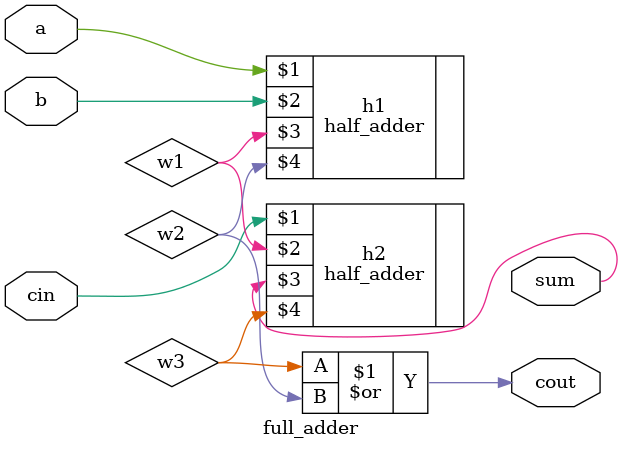
<source format=v>
module full_adder(a, b, cin, sum, cout);
input a, b, cin;
output sum, cout;

wire w1, w2, w3;

half_adder h1(a, b, w1, w2);
half_adder h2(cin, w1, sum, w3);

assign cout = w3 | w2;
endmodule
</source>
